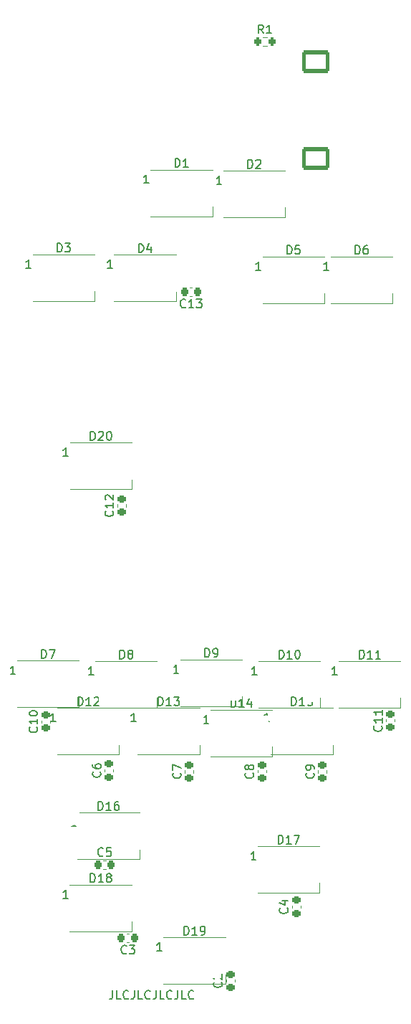
<source format=gbr>
%TF.GenerationSoftware,KiCad,Pcbnew,(6.0.9)*%
%TF.CreationDate,2023-01-06T08:37:15-09:00*%
%TF.ProjectId,APU PANEL,41505520-5041-44e4-954c-2e6b69636164,rev?*%
%TF.SameCoordinates,Original*%
%TF.FileFunction,Legend,Top*%
%TF.FilePolarity,Positive*%
%FSLAX46Y46*%
G04 Gerber Fmt 4.6, Leading zero omitted, Abs format (unit mm)*
G04 Created by KiCad (PCBNEW (6.0.9)) date 2023-01-06 08:37:15*
%MOMM*%
%LPD*%
G01*
G04 APERTURE LIST*
G04 Aperture macros list*
%AMRoundRect*
0 Rectangle with rounded corners*
0 $1 Rounding radius*
0 $2 $3 $4 $5 $6 $7 $8 $9 X,Y pos of 4 corners*
0 Add a 4 corners polygon primitive as box body*
4,1,4,$2,$3,$4,$5,$6,$7,$8,$9,$2,$3,0*
0 Add four circle primitives for the rounded corners*
1,1,$1+$1,$2,$3*
1,1,$1+$1,$4,$5*
1,1,$1+$1,$6,$7*
1,1,$1+$1,$8,$9*
0 Add four rect primitives between the rounded corners*
20,1,$1+$1,$2,$3,$4,$5,0*
20,1,$1+$1,$4,$5,$6,$7,0*
20,1,$1+$1,$6,$7,$8,$9,0*
20,1,$1+$1,$8,$9,$2,$3,0*%
G04 Aperture macros list end*
%ADD10C,0.150000*%
%ADD11C,0.120000*%
%ADD12R,1.500000X0.900000*%
%ADD13RoundRect,0.200000X-0.200000X-0.275000X0.200000X-0.275000X0.200000X0.275000X-0.200000X0.275000X0*%
%ADD14RoundRect,0.225000X0.250000X-0.225000X0.250000X0.225000X-0.250000X0.225000X-0.250000X-0.225000X0*%
%ADD15RoundRect,0.225000X0.225000X0.250000X-0.225000X0.250000X-0.225000X-0.250000X0.225000X-0.250000X0*%
%ADD16RoundRect,0.225000X-0.225000X-0.250000X0.225000X-0.250000X0.225000X0.250000X-0.225000X0.250000X0*%
%ADD17C,12.700000*%
%ADD18C,4.300000*%
%ADD19RoundRect,0.250001X-1.399999X1.099999X-1.399999X-1.099999X1.399999X-1.099999X1.399999X1.099999X0*%
%ADD20O,3.300000X2.700000*%
%ADD21R,1.800000X1.800000*%
%ADD22C,1.800000*%
G04 APERTURE END LIST*
D10*
X81010952Y-168922380D02*
X81010952Y-169636666D01*
X80963333Y-169779523D01*
X80868095Y-169874761D01*
X80725238Y-169922380D01*
X80630000Y-169922380D01*
X81963333Y-169922380D02*
X81487142Y-169922380D01*
X81487142Y-168922380D01*
X82868095Y-169827142D02*
X82820476Y-169874761D01*
X82677619Y-169922380D01*
X82582380Y-169922380D01*
X82439523Y-169874761D01*
X82344285Y-169779523D01*
X82296666Y-169684285D01*
X82249047Y-169493809D01*
X82249047Y-169350952D01*
X82296666Y-169160476D01*
X82344285Y-169065238D01*
X82439523Y-168970000D01*
X82582380Y-168922380D01*
X82677619Y-168922380D01*
X82820476Y-168970000D01*
X82868095Y-169017619D01*
X83582380Y-168922380D02*
X83582380Y-169636666D01*
X83534761Y-169779523D01*
X83439523Y-169874761D01*
X83296666Y-169922380D01*
X83201428Y-169922380D01*
X84534761Y-169922380D02*
X84058571Y-169922380D01*
X84058571Y-168922380D01*
X85439523Y-169827142D02*
X85391904Y-169874761D01*
X85249047Y-169922380D01*
X85153809Y-169922380D01*
X85010952Y-169874761D01*
X84915714Y-169779523D01*
X84868095Y-169684285D01*
X84820476Y-169493809D01*
X84820476Y-169350952D01*
X84868095Y-169160476D01*
X84915714Y-169065238D01*
X85010952Y-168970000D01*
X85153809Y-168922380D01*
X85249047Y-168922380D01*
X85391904Y-168970000D01*
X85439523Y-169017619D01*
X86153809Y-168922380D02*
X86153809Y-169636666D01*
X86106190Y-169779523D01*
X86010952Y-169874761D01*
X85868095Y-169922380D01*
X85772857Y-169922380D01*
X87106190Y-169922380D02*
X86630000Y-169922380D01*
X86630000Y-168922380D01*
X88010952Y-169827142D02*
X87963333Y-169874761D01*
X87820476Y-169922380D01*
X87725238Y-169922380D01*
X87582380Y-169874761D01*
X87487142Y-169779523D01*
X87439523Y-169684285D01*
X87391904Y-169493809D01*
X87391904Y-169350952D01*
X87439523Y-169160476D01*
X87487142Y-169065238D01*
X87582380Y-168970000D01*
X87725238Y-168922380D01*
X87820476Y-168922380D01*
X87963333Y-168970000D01*
X88010952Y-169017619D01*
X88725238Y-168922380D02*
X88725238Y-169636666D01*
X88677619Y-169779523D01*
X88582380Y-169874761D01*
X88439523Y-169922380D01*
X88344285Y-169922380D01*
X89677619Y-169922380D02*
X89201428Y-169922380D01*
X89201428Y-168922380D01*
X90582380Y-169827142D02*
X90534761Y-169874761D01*
X90391904Y-169922380D01*
X90296666Y-169922380D01*
X90153809Y-169874761D01*
X90058571Y-169779523D01*
X90010952Y-169684285D01*
X89963333Y-169493809D01*
X89963333Y-169350952D01*
X90010952Y-169160476D01*
X90058571Y-169065238D01*
X90153809Y-168970000D01*
X90296666Y-168922380D01*
X90391904Y-168922380D01*
X90534761Y-168970000D01*
X90582380Y-169017619D01*
%TO.C,D1*%
X88404304Y-71704780D02*
X88404304Y-70704780D01*
X88642400Y-70704780D01*
X88785257Y-70752400D01*
X88880495Y-70847638D01*
X88928114Y-70942876D01*
X88975733Y-71133352D01*
X88975733Y-71276209D01*
X88928114Y-71466685D01*
X88880495Y-71561923D01*
X88785257Y-71657161D01*
X88642400Y-71704780D01*
X88404304Y-71704780D01*
X89928114Y-71704780D02*
X89356685Y-71704780D01*
X89642400Y-71704780D02*
X89642400Y-70704780D01*
X89547161Y-70847638D01*
X89451923Y-70942876D01*
X89356685Y-70990495D01*
X85278114Y-73604780D02*
X84706685Y-73604780D01*
X84992400Y-73604780D02*
X84992400Y-72604780D01*
X84897161Y-72747638D01*
X84801923Y-72842876D01*
X84706685Y-72890495D01*
%TO.C,D2*%
X97001104Y-71831580D02*
X97001104Y-70831580D01*
X97239200Y-70831580D01*
X97382057Y-70879200D01*
X97477295Y-70974438D01*
X97524914Y-71069676D01*
X97572533Y-71260152D01*
X97572533Y-71403009D01*
X97524914Y-71593485D01*
X97477295Y-71688723D01*
X97382057Y-71783961D01*
X97239200Y-71831580D01*
X97001104Y-71831580D01*
X97953485Y-70926819D02*
X98001104Y-70879200D01*
X98096342Y-70831580D01*
X98334438Y-70831580D01*
X98429676Y-70879200D01*
X98477295Y-70926819D01*
X98524914Y-71022057D01*
X98524914Y-71117295D01*
X98477295Y-71260152D01*
X97905866Y-71831580D01*
X98524914Y-71831580D01*
X93874914Y-73731580D02*
X93303485Y-73731580D01*
X93589200Y-73731580D02*
X93589200Y-72731580D01*
X93493961Y-72874438D01*
X93398723Y-72969676D01*
X93303485Y-73017295D01*
%TO.C,D3*%
X74457504Y-81711980D02*
X74457504Y-80711980D01*
X74695600Y-80711980D01*
X74838457Y-80759600D01*
X74933695Y-80854838D01*
X74981314Y-80950076D01*
X75028933Y-81140552D01*
X75028933Y-81283409D01*
X74981314Y-81473885D01*
X74933695Y-81569123D01*
X74838457Y-81664361D01*
X74695600Y-81711980D01*
X74457504Y-81711980D01*
X75362266Y-80711980D02*
X75981314Y-80711980D01*
X75647980Y-81092933D01*
X75790838Y-81092933D01*
X75886076Y-81140552D01*
X75933695Y-81188171D01*
X75981314Y-81283409D01*
X75981314Y-81521504D01*
X75933695Y-81616742D01*
X75886076Y-81664361D01*
X75790838Y-81711980D01*
X75505123Y-81711980D01*
X75409885Y-81664361D01*
X75362266Y-81616742D01*
X71331314Y-83611980D02*
X70759885Y-83611980D01*
X71045600Y-83611980D02*
X71045600Y-82611980D01*
X70950361Y-82754838D01*
X70855123Y-82850076D01*
X70759885Y-82897695D01*
%TO.C,D4*%
X84097904Y-81762780D02*
X84097904Y-80762780D01*
X84336000Y-80762780D01*
X84478857Y-80810400D01*
X84574095Y-80905638D01*
X84621714Y-81000876D01*
X84669333Y-81191352D01*
X84669333Y-81334209D01*
X84621714Y-81524685D01*
X84574095Y-81619923D01*
X84478857Y-81715161D01*
X84336000Y-81762780D01*
X84097904Y-81762780D01*
X85526476Y-81096114D02*
X85526476Y-81762780D01*
X85288380Y-80715161D02*
X85050285Y-81429447D01*
X85669333Y-81429447D01*
X80971714Y-83662780D02*
X80400285Y-83662780D01*
X80686000Y-83662780D02*
X80686000Y-82662780D01*
X80590761Y-82805638D01*
X80495523Y-82900876D01*
X80400285Y-82948495D01*
%TO.C,D5*%
X101635504Y-81965980D02*
X101635504Y-80965980D01*
X101873600Y-80965980D01*
X102016457Y-81013600D01*
X102111695Y-81108838D01*
X102159314Y-81204076D01*
X102206933Y-81394552D01*
X102206933Y-81537409D01*
X102159314Y-81727885D01*
X102111695Y-81823123D01*
X102016457Y-81918361D01*
X101873600Y-81965980D01*
X101635504Y-81965980D01*
X103111695Y-80965980D02*
X102635504Y-80965980D01*
X102587885Y-81442171D01*
X102635504Y-81394552D01*
X102730742Y-81346933D01*
X102968838Y-81346933D01*
X103064076Y-81394552D01*
X103111695Y-81442171D01*
X103159314Y-81537409D01*
X103159314Y-81775504D01*
X103111695Y-81870742D01*
X103064076Y-81918361D01*
X102968838Y-81965980D01*
X102730742Y-81965980D01*
X102635504Y-81918361D01*
X102587885Y-81870742D01*
X98509314Y-83865980D02*
X97937885Y-83865980D01*
X98223600Y-83865980D02*
X98223600Y-82865980D01*
X98128361Y-83008838D01*
X98033123Y-83104076D01*
X97937885Y-83151695D01*
%TO.C,D6*%
X109689504Y-81965980D02*
X109689504Y-80965980D01*
X109927600Y-80965980D01*
X110070457Y-81013600D01*
X110165695Y-81108838D01*
X110213314Y-81204076D01*
X110260933Y-81394552D01*
X110260933Y-81537409D01*
X110213314Y-81727885D01*
X110165695Y-81823123D01*
X110070457Y-81918361D01*
X109927600Y-81965980D01*
X109689504Y-81965980D01*
X111118076Y-80965980D02*
X110927600Y-80965980D01*
X110832361Y-81013600D01*
X110784742Y-81061219D01*
X110689504Y-81204076D01*
X110641885Y-81394552D01*
X110641885Y-81775504D01*
X110689504Y-81870742D01*
X110737123Y-81918361D01*
X110832361Y-81965980D01*
X111022838Y-81965980D01*
X111118076Y-81918361D01*
X111165695Y-81870742D01*
X111213314Y-81775504D01*
X111213314Y-81537409D01*
X111165695Y-81442171D01*
X111118076Y-81394552D01*
X111022838Y-81346933D01*
X110832361Y-81346933D01*
X110737123Y-81394552D01*
X110689504Y-81442171D01*
X110641885Y-81537409D01*
X106563314Y-83865980D02*
X105991885Y-83865980D01*
X106277600Y-83865980D02*
X106277600Y-82865980D01*
X106182361Y-83008838D01*
X106087123Y-83104076D01*
X105991885Y-83151695D01*
%TO.C,D7*%
X72617104Y-129692780D02*
X72617104Y-128692780D01*
X72855200Y-128692780D01*
X72998057Y-128740400D01*
X73093295Y-128835638D01*
X73140914Y-128930876D01*
X73188533Y-129121352D01*
X73188533Y-129264209D01*
X73140914Y-129454685D01*
X73093295Y-129549923D01*
X72998057Y-129645161D01*
X72855200Y-129692780D01*
X72617104Y-129692780D01*
X73521866Y-128692780D02*
X74188533Y-128692780D01*
X73759961Y-129692780D01*
X69490914Y-131592780D02*
X68919485Y-131592780D01*
X69205200Y-131592780D02*
X69205200Y-130592780D01*
X69109961Y-130735638D01*
X69014723Y-130830876D01*
X68919485Y-130878495D01*
%TO.C,D8*%
X81862704Y-129743580D02*
X81862704Y-128743580D01*
X82100800Y-128743580D01*
X82243657Y-128791200D01*
X82338895Y-128886438D01*
X82386514Y-128981676D01*
X82434133Y-129172152D01*
X82434133Y-129315009D01*
X82386514Y-129505485D01*
X82338895Y-129600723D01*
X82243657Y-129695961D01*
X82100800Y-129743580D01*
X81862704Y-129743580D01*
X83005561Y-129172152D02*
X82910323Y-129124533D01*
X82862704Y-129076914D01*
X82815085Y-128981676D01*
X82815085Y-128934057D01*
X82862704Y-128838819D01*
X82910323Y-128791200D01*
X83005561Y-128743580D01*
X83196038Y-128743580D01*
X83291276Y-128791200D01*
X83338895Y-128838819D01*
X83386514Y-128934057D01*
X83386514Y-128981676D01*
X83338895Y-129076914D01*
X83291276Y-129124533D01*
X83196038Y-129172152D01*
X83005561Y-129172152D01*
X82910323Y-129219771D01*
X82862704Y-129267390D01*
X82815085Y-129362628D01*
X82815085Y-129553104D01*
X82862704Y-129648342D01*
X82910323Y-129695961D01*
X83005561Y-129743580D01*
X83196038Y-129743580D01*
X83291276Y-129695961D01*
X83338895Y-129648342D01*
X83386514Y-129553104D01*
X83386514Y-129362628D01*
X83338895Y-129267390D01*
X83291276Y-129219771D01*
X83196038Y-129172152D01*
X78736514Y-131643580D02*
X78165085Y-131643580D01*
X78450800Y-131643580D02*
X78450800Y-130643580D01*
X78355561Y-130786438D01*
X78260323Y-130881676D01*
X78165085Y-130929295D01*
%TO.C,D9*%
X91921104Y-129540380D02*
X91921104Y-128540380D01*
X92159200Y-128540380D01*
X92302057Y-128588000D01*
X92397295Y-128683238D01*
X92444914Y-128778476D01*
X92492533Y-128968952D01*
X92492533Y-129111809D01*
X92444914Y-129302285D01*
X92397295Y-129397523D01*
X92302057Y-129492761D01*
X92159200Y-129540380D01*
X91921104Y-129540380D01*
X92968723Y-129540380D02*
X93159200Y-129540380D01*
X93254438Y-129492761D01*
X93302057Y-129445142D01*
X93397295Y-129302285D01*
X93444914Y-129111809D01*
X93444914Y-128730857D01*
X93397295Y-128635619D01*
X93349676Y-128588000D01*
X93254438Y-128540380D01*
X93063961Y-128540380D01*
X92968723Y-128588000D01*
X92921104Y-128635619D01*
X92873485Y-128730857D01*
X92873485Y-128968952D01*
X92921104Y-129064190D01*
X92968723Y-129111809D01*
X93063961Y-129159428D01*
X93254438Y-129159428D01*
X93349676Y-129111809D01*
X93397295Y-129064190D01*
X93444914Y-128968952D01*
X88794914Y-131440380D02*
X88223485Y-131440380D01*
X88509200Y-131440380D02*
X88509200Y-130440380D01*
X88413961Y-130583238D01*
X88318723Y-130678476D01*
X88223485Y-130726095D01*
%TO.C,D10*%
X100690514Y-129743580D02*
X100690514Y-128743580D01*
X100928609Y-128743580D01*
X101071466Y-128791200D01*
X101166704Y-128886438D01*
X101214323Y-128981676D01*
X101261942Y-129172152D01*
X101261942Y-129315009D01*
X101214323Y-129505485D01*
X101166704Y-129600723D01*
X101071466Y-129695961D01*
X100928609Y-129743580D01*
X100690514Y-129743580D01*
X102214323Y-129743580D02*
X101642895Y-129743580D01*
X101928609Y-129743580D02*
X101928609Y-128743580D01*
X101833371Y-128886438D01*
X101738133Y-128981676D01*
X101642895Y-129029295D01*
X102833371Y-128743580D02*
X102928609Y-128743580D01*
X103023847Y-128791200D01*
X103071466Y-128838819D01*
X103119085Y-128934057D01*
X103166704Y-129124533D01*
X103166704Y-129362628D01*
X103119085Y-129553104D01*
X103071466Y-129648342D01*
X103023847Y-129695961D01*
X102928609Y-129743580D01*
X102833371Y-129743580D01*
X102738133Y-129695961D01*
X102690514Y-129648342D01*
X102642895Y-129553104D01*
X102595276Y-129362628D01*
X102595276Y-129124533D01*
X102642895Y-128934057D01*
X102690514Y-128838819D01*
X102738133Y-128791200D01*
X102833371Y-128743580D01*
X98040514Y-131643580D02*
X97469085Y-131643580D01*
X97754800Y-131643580D02*
X97754800Y-130643580D01*
X97659561Y-130786438D01*
X97564323Y-130881676D01*
X97469085Y-130929295D01*
%TO.C,D11*%
X110190114Y-129743580D02*
X110190114Y-128743580D01*
X110428209Y-128743580D01*
X110571066Y-128791200D01*
X110666304Y-128886438D01*
X110713923Y-128981676D01*
X110761542Y-129172152D01*
X110761542Y-129315009D01*
X110713923Y-129505485D01*
X110666304Y-129600723D01*
X110571066Y-129695961D01*
X110428209Y-129743580D01*
X110190114Y-129743580D01*
X111713923Y-129743580D02*
X111142495Y-129743580D01*
X111428209Y-129743580D02*
X111428209Y-128743580D01*
X111332971Y-128886438D01*
X111237733Y-128981676D01*
X111142495Y-129029295D01*
X112666304Y-129743580D02*
X112094876Y-129743580D01*
X112380590Y-129743580D02*
X112380590Y-128743580D01*
X112285352Y-128886438D01*
X112190114Y-128981676D01*
X112094876Y-129029295D01*
X107540114Y-131643580D02*
X106968685Y-131643580D01*
X107254400Y-131643580D02*
X107254400Y-130643580D01*
X107159161Y-130786438D01*
X107063923Y-130881676D01*
X106968685Y-130929295D01*
%TO.C,D12*%
X76916114Y-135280780D02*
X76916114Y-134280780D01*
X77154209Y-134280780D01*
X77297066Y-134328400D01*
X77392304Y-134423638D01*
X77439923Y-134518876D01*
X77487542Y-134709352D01*
X77487542Y-134852209D01*
X77439923Y-135042685D01*
X77392304Y-135137923D01*
X77297066Y-135233161D01*
X77154209Y-135280780D01*
X76916114Y-135280780D01*
X78439923Y-135280780D02*
X77868495Y-135280780D01*
X78154209Y-135280780D02*
X78154209Y-134280780D01*
X78058971Y-134423638D01*
X77963733Y-134518876D01*
X77868495Y-134566495D01*
X78820876Y-134376019D02*
X78868495Y-134328400D01*
X78963733Y-134280780D01*
X79201828Y-134280780D01*
X79297066Y-134328400D01*
X79344685Y-134376019D01*
X79392304Y-134471257D01*
X79392304Y-134566495D01*
X79344685Y-134709352D01*
X78773257Y-135280780D01*
X79392304Y-135280780D01*
X74266114Y-137180780D02*
X73694685Y-137180780D01*
X73980400Y-137180780D02*
X73980400Y-136180780D01*
X73885161Y-136323638D01*
X73789923Y-136418876D01*
X73694685Y-136466495D01*
%TO.C,D13*%
X86415714Y-135280780D02*
X86415714Y-134280780D01*
X86653809Y-134280780D01*
X86796666Y-134328400D01*
X86891904Y-134423638D01*
X86939523Y-134518876D01*
X86987142Y-134709352D01*
X86987142Y-134852209D01*
X86939523Y-135042685D01*
X86891904Y-135137923D01*
X86796666Y-135233161D01*
X86653809Y-135280780D01*
X86415714Y-135280780D01*
X87939523Y-135280780D02*
X87368095Y-135280780D01*
X87653809Y-135280780D02*
X87653809Y-134280780D01*
X87558571Y-134423638D01*
X87463333Y-134518876D01*
X87368095Y-134566495D01*
X88272857Y-134280780D02*
X88891904Y-134280780D01*
X88558571Y-134661733D01*
X88701428Y-134661733D01*
X88796666Y-134709352D01*
X88844285Y-134756971D01*
X88891904Y-134852209D01*
X88891904Y-135090304D01*
X88844285Y-135185542D01*
X88796666Y-135233161D01*
X88701428Y-135280780D01*
X88415714Y-135280780D01*
X88320476Y-135233161D01*
X88272857Y-135185542D01*
X83765714Y-137180780D02*
X83194285Y-137180780D01*
X83480000Y-137180780D02*
X83480000Y-136180780D01*
X83384761Y-136323638D01*
X83289523Y-136418876D01*
X83194285Y-136466495D01*
%TO.C,D14*%
X95000914Y-135483980D02*
X95000914Y-134483980D01*
X95239009Y-134483980D01*
X95381866Y-134531600D01*
X95477104Y-134626838D01*
X95524723Y-134722076D01*
X95572342Y-134912552D01*
X95572342Y-135055409D01*
X95524723Y-135245885D01*
X95477104Y-135341123D01*
X95381866Y-135436361D01*
X95239009Y-135483980D01*
X95000914Y-135483980D01*
X96524723Y-135483980D02*
X95953295Y-135483980D01*
X96239009Y-135483980D02*
X96239009Y-134483980D01*
X96143771Y-134626838D01*
X96048533Y-134722076D01*
X95953295Y-134769695D01*
X97381866Y-134817314D02*
X97381866Y-135483980D01*
X97143771Y-134436361D02*
X96905676Y-135150647D01*
X97524723Y-135150647D01*
X92350914Y-137383980D02*
X91779485Y-137383980D01*
X92065200Y-137383980D02*
X92065200Y-136383980D01*
X91969961Y-136526838D01*
X91874723Y-136622076D01*
X91779485Y-136669695D01*
%TO.C,D15*%
X102163714Y-135280780D02*
X102163714Y-134280780D01*
X102401809Y-134280780D01*
X102544666Y-134328400D01*
X102639904Y-134423638D01*
X102687523Y-134518876D01*
X102735142Y-134709352D01*
X102735142Y-134852209D01*
X102687523Y-135042685D01*
X102639904Y-135137923D01*
X102544666Y-135233161D01*
X102401809Y-135280780D01*
X102163714Y-135280780D01*
X103687523Y-135280780D02*
X103116095Y-135280780D01*
X103401809Y-135280780D02*
X103401809Y-134280780D01*
X103306571Y-134423638D01*
X103211333Y-134518876D01*
X103116095Y-134566495D01*
X104592285Y-134280780D02*
X104116095Y-134280780D01*
X104068476Y-134756971D01*
X104116095Y-134709352D01*
X104211333Y-134661733D01*
X104449428Y-134661733D01*
X104544666Y-134709352D01*
X104592285Y-134756971D01*
X104639904Y-134852209D01*
X104639904Y-135090304D01*
X104592285Y-135185542D01*
X104544666Y-135233161D01*
X104449428Y-135280780D01*
X104211333Y-135280780D01*
X104116095Y-135233161D01*
X104068476Y-135185542D01*
X99513714Y-137180780D02*
X98942285Y-137180780D01*
X99228000Y-137180780D02*
X99228000Y-136180780D01*
X99132761Y-136323638D01*
X99037523Y-136418876D01*
X98942285Y-136466495D01*
%TO.C,D16*%
X79303714Y-147625180D02*
X79303714Y-146625180D01*
X79541809Y-146625180D01*
X79684666Y-146672800D01*
X79779904Y-146768038D01*
X79827523Y-146863276D01*
X79875142Y-147053752D01*
X79875142Y-147196609D01*
X79827523Y-147387085D01*
X79779904Y-147482323D01*
X79684666Y-147577561D01*
X79541809Y-147625180D01*
X79303714Y-147625180D01*
X80827523Y-147625180D02*
X80256095Y-147625180D01*
X80541809Y-147625180D02*
X80541809Y-146625180D01*
X80446571Y-146768038D01*
X80351333Y-146863276D01*
X80256095Y-146910895D01*
X81684666Y-146625180D02*
X81494190Y-146625180D01*
X81398952Y-146672800D01*
X81351333Y-146720419D01*
X81256095Y-146863276D01*
X81208476Y-147053752D01*
X81208476Y-147434704D01*
X81256095Y-147529942D01*
X81303714Y-147577561D01*
X81398952Y-147625180D01*
X81589428Y-147625180D01*
X81684666Y-147577561D01*
X81732285Y-147529942D01*
X81779904Y-147434704D01*
X81779904Y-147196609D01*
X81732285Y-147101371D01*
X81684666Y-147053752D01*
X81589428Y-147006133D01*
X81398952Y-147006133D01*
X81303714Y-147053752D01*
X81256095Y-147101371D01*
X81208476Y-147196609D01*
X76653714Y-149525180D02*
X76082285Y-149525180D01*
X76368000Y-149525180D02*
X76368000Y-148525180D01*
X76272761Y-148668038D01*
X76177523Y-148763276D01*
X76082285Y-148810895D01*
%TO.C,D17*%
X100588914Y-151587580D02*
X100588914Y-150587580D01*
X100827009Y-150587580D01*
X100969866Y-150635200D01*
X101065104Y-150730438D01*
X101112723Y-150825676D01*
X101160342Y-151016152D01*
X101160342Y-151159009D01*
X101112723Y-151349485D01*
X101065104Y-151444723D01*
X100969866Y-151539961D01*
X100827009Y-151587580D01*
X100588914Y-151587580D01*
X102112723Y-151587580D02*
X101541295Y-151587580D01*
X101827009Y-151587580D02*
X101827009Y-150587580D01*
X101731771Y-150730438D01*
X101636533Y-150825676D01*
X101541295Y-150873295D01*
X102446057Y-150587580D02*
X103112723Y-150587580D01*
X102684152Y-151587580D01*
X97938914Y-153487580D02*
X97367485Y-153487580D01*
X97653200Y-153487580D02*
X97653200Y-152487580D01*
X97557961Y-152630438D01*
X97462723Y-152725676D01*
X97367485Y-152773295D01*
%TO.C,D18*%
X78377714Y-156133980D02*
X78377714Y-155133980D01*
X78615809Y-155133980D01*
X78758666Y-155181600D01*
X78853904Y-155276838D01*
X78901523Y-155372076D01*
X78949142Y-155562552D01*
X78949142Y-155705409D01*
X78901523Y-155895885D01*
X78853904Y-155991123D01*
X78758666Y-156086361D01*
X78615809Y-156133980D01*
X78377714Y-156133980D01*
X79901523Y-156133980D02*
X79330095Y-156133980D01*
X79615809Y-156133980D02*
X79615809Y-155133980D01*
X79520571Y-155276838D01*
X79425333Y-155372076D01*
X79330095Y-155419695D01*
X80472952Y-155562552D02*
X80377714Y-155514933D01*
X80330095Y-155467314D01*
X80282476Y-155372076D01*
X80282476Y-155324457D01*
X80330095Y-155229219D01*
X80377714Y-155181600D01*
X80472952Y-155133980D01*
X80663428Y-155133980D01*
X80758666Y-155181600D01*
X80806285Y-155229219D01*
X80853904Y-155324457D01*
X80853904Y-155372076D01*
X80806285Y-155467314D01*
X80758666Y-155514933D01*
X80663428Y-155562552D01*
X80472952Y-155562552D01*
X80377714Y-155610171D01*
X80330095Y-155657790D01*
X80282476Y-155753028D01*
X80282476Y-155943504D01*
X80330095Y-156038742D01*
X80377714Y-156086361D01*
X80472952Y-156133980D01*
X80663428Y-156133980D01*
X80758666Y-156086361D01*
X80806285Y-156038742D01*
X80853904Y-155943504D01*
X80853904Y-155753028D01*
X80806285Y-155657790D01*
X80758666Y-155610171D01*
X80663428Y-155562552D01*
X75727714Y-158033980D02*
X75156285Y-158033980D01*
X75442000Y-158033980D02*
X75442000Y-157033980D01*
X75346761Y-157176838D01*
X75251523Y-157272076D01*
X75156285Y-157319695D01*
%TO.C,D19*%
X89463714Y-162357180D02*
X89463714Y-161357180D01*
X89701809Y-161357180D01*
X89844666Y-161404800D01*
X89939904Y-161500038D01*
X89987523Y-161595276D01*
X90035142Y-161785752D01*
X90035142Y-161928609D01*
X89987523Y-162119085D01*
X89939904Y-162214323D01*
X89844666Y-162309561D01*
X89701809Y-162357180D01*
X89463714Y-162357180D01*
X90987523Y-162357180D02*
X90416095Y-162357180D01*
X90701809Y-162357180D02*
X90701809Y-161357180D01*
X90606571Y-161500038D01*
X90511333Y-161595276D01*
X90416095Y-161642895D01*
X91463714Y-162357180D02*
X91654190Y-162357180D01*
X91749428Y-162309561D01*
X91797047Y-162261942D01*
X91892285Y-162119085D01*
X91939904Y-161928609D01*
X91939904Y-161547657D01*
X91892285Y-161452419D01*
X91844666Y-161404800D01*
X91749428Y-161357180D01*
X91558952Y-161357180D01*
X91463714Y-161404800D01*
X91416095Y-161452419D01*
X91368476Y-161547657D01*
X91368476Y-161785752D01*
X91416095Y-161880990D01*
X91463714Y-161928609D01*
X91558952Y-161976228D01*
X91749428Y-161976228D01*
X91844666Y-161928609D01*
X91892285Y-161880990D01*
X91939904Y-161785752D01*
X86813714Y-164257180D02*
X86242285Y-164257180D01*
X86528000Y-164257180D02*
X86528000Y-163257180D01*
X86432761Y-163400038D01*
X86337523Y-163495276D01*
X86242285Y-163542895D01*
%TO.C,D20*%
X78389314Y-103937180D02*
X78389314Y-102937180D01*
X78627409Y-102937180D01*
X78770266Y-102984800D01*
X78865504Y-103080038D01*
X78913123Y-103175276D01*
X78960742Y-103365752D01*
X78960742Y-103508609D01*
X78913123Y-103699085D01*
X78865504Y-103794323D01*
X78770266Y-103889561D01*
X78627409Y-103937180D01*
X78389314Y-103937180D01*
X79341695Y-103032419D02*
X79389314Y-102984800D01*
X79484552Y-102937180D01*
X79722647Y-102937180D01*
X79817885Y-102984800D01*
X79865504Y-103032419D01*
X79913123Y-103127657D01*
X79913123Y-103222895D01*
X79865504Y-103365752D01*
X79294076Y-103937180D01*
X79913123Y-103937180D01*
X80532171Y-102937180D02*
X80627409Y-102937180D01*
X80722647Y-102984800D01*
X80770266Y-103032419D01*
X80817885Y-103127657D01*
X80865504Y-103318133D01*
X80865504Y-103556228D01*
X80817885Y-103746704D01*
X80770266Y-103841942D01*
X80722647Y-103889561D01*
X80627409Y-103937180D01*
X80532171Y-103937180D01*
X80436933Y-103889561D01*
X80389314Y-103841942D01*
X80341695Y-103746704D01*
X80294076Y-103556228D01*
X80294076Y-103318133D01*
X80341695Y-103127657D01*
X80389314Y-103032419D01*
X80436933Y-102984800D01*
X80532171Y-102937180D01*
X75739314Y-105837180D02*
X75167885Y-105837180D01*
X75453600Y-105837180D02*
X75453600Y-104837180D01*
X75358361Y-104980038D01*
X75263123Y-105075276D01*
X75167885Y-105122895D01*
%TO.C,R1*%
X98835013Y-55898060D02*
X98501680Y-55421870D01*
X98263584Y-55898060D02*
X98263584Y-54898060D01*
X98644537Y-54898060D01*
X98739775Y-54945680D01*
X98787394Y-54993299D01*
X98835013Y-55088537D01*
X98835013Y-55231394D01*
X98787394Y-55326632D01*
X98739775Y-55374251D01*
X98644537Y-55421870D01*
X98263584Y-55421870D01*
X99787394Y-55898060D02*
X99215965Y-55898060D01*
X99501680Y-55898060D02*
X99501680Y-54898060D01*
X99406441Y-55040918D01*
X99311203Y-55136156D01*
X99215965Y-55183775D01*
%TO.C,C2*%
X93846942Y-167941386D02*
X93894561Y-167989005D01*
X93942180Y-168131862D01*
X93942180Y-168227100D01*
X93894561Y-168369958D01*
X93799323Y-168465196D01*
X93704085Y-168512815D01*
X93513609Y-168560434D01*
X93370752Y-168560434D01*
X93180276Y-168512815D01*
X93085038Y-168465196D01*
X92989800Y-168369958D01*
X92942180Y-168227100D01*
X92942180Y-168131862D01*
X92989800Y-167989005D01*
X93037419Y-167941386D01*
X93037419Y-167560434D02*
X92989800Y-167512815D01*
X92942180Y-167417577D01*
X92942180Y-167179481D01*
X92989800Y-167084243D01*
X93037419Y-167036624D01*
X93132657Y-166989005D01*
X93227895Y-166989005D01*
X93370752Y-167036624D01*
X93942180Y-167608053D01*
X93942180Y-166989005D01*
%TO.C,C3*%
X82645053Y-164497002D02*
X82597434Y-164544621D01*
X82454577Y-164592240D01*
X82359339Y-164592240D01*
X82216481Y-164544621D01*
X82121243Y-164449383D01*
X82073624Y-164354145D01*
X82026005Y-164163669D01*
X82026005Y-164020812D01*
X82073624Y-163830336D01*
X82121243Y-163735098D01*
X82216481Y-163639860D01*
X82359339Y-163592240D01*
X82454577Y-163592240D01*
X82597434Y-163639860D01*
X82645053Y-163687479D01*
X82978386Y-163592240D02*
X83597434Y-163592240D01*
X83264100Y-163973193D01*
X83406958Y-163973193D01*
X83502196Y-164020812D01*
X83549815Y-164068431D01*
X83597434Y-164163669D01*
X83597434Y-164401764D01*
X83549815Y-164497002D01*
X83502196Y-164544621D01*
X83406958Y-164592240D01*
X83121243Y-164592240D01*
X83026005Y-164544621D01*
X82978386Y-164497002D01*
%TO.C,C4*%
X101642202Y-159198706D02*
X101689821Y-159246325D01*
X101737440Y-159389182D01*
X101737440Y-159484420D01*
X101689821Y-159627278D01*
X101594583Y-159722516D01*
X101499345Y-159770135D01*
X101308869Y-159817754D01*
X101166012Y-159817754D01*
X100975536Y-159770135D01*
X100880298Y-159722516D01*
X100785060Y-159627278D01*
X100737440Y-159484420D01*
X100737440Y-159389182D01*
X100785060Y-159246325D01*
X100832679Y-159198706D01*
X101070774Y-158341563D02*
X101737440Y-158341563D01*
X100689821Y-158579659D02*
X101404107Y-158817754D01*
X101404107Y-158198706D01*
%TO.C,C5*%
X79883333Y-152977142D02*
X79835714Y-153024761D01*
X79692857Y-153072380D01*
X79597619Y-153072380D01*
X79454761Y-153024761D01*
X79359523Y-152929523D01*
X79311904Y-152834285D01*
X79264285Y-152643809D01*
X79264285Y-152500952D01*
X79311904Y-152310476D01*
X79359523Y-152215238D01*
X79454761Y-152120000D01*
X79597619Y-152072380D01*
X79692857Y-152072380D01*
X79835714Y-152120000D01*
X79883333Y-152167619D01*
X80788095Y-152072380D02*
X80311904Y-152072380D01*
X80264285Y-152548571D01*
X80311904Y-152500952D01*
X80407142Y-152453333D01*
X80645238Y-152453333D01*
X80740476Y-152500952D01*
X80788095Y-152548571D01*
X80835714Y-152643809D01*
X80835714Y-152881904D01*
X80788095Y-152977142D01*
X80740476Y-153024761D01*
X80645238Y-153072380D01*
X80407142Y-153072380D01*
X80311904Y-153024761D01*
X80264285Y-152977142D01*
%TO.C,C6*%
X79508642Y-143105166D02*
X79556261Y-143152785D01*
X79603880Y-143295642D01*
X79603880Y-143390880D01*
X79556261Y-143533738D01*
X79461023Y-143628976D01*
X79365785Y-143676595D01*
X79175309Y-143724214D01*
X79032452Y-143724214D01*
X78841976Y-143676595D01*
X78746738Y-143628976D01*
X78651500Y-143533738D01*
X78603880Y-143390880D01*
X78603880Y-143295642D01*
X78651500Y-143152785D01*
X78699119Y-143105166D01*
X78603880Y-142248023D02*
X78603880Y-142438500D01*
X78651500Y-142533738D01*
X78699119Y-142581357D01*
X78841976Y-142676595D01*
X79032452Y-142724214D01*
X79413404Y-142724214D01*
X79508642Y-142676595D01*
X79556261Y-142628976D01*
X79603880Y-142533738D01*
X79603880Y-142343261D01*
X79556261Y-142248023D01*
X79508642Y-142200404D01*
X79413404Y-142152785D01*
X79175309Y-142152785D01*
X79080071Y-142200404D01*
X79032452Y-142248023D01*
X78984833Y-142343261D01*
X78984833Y-142533738D01*
X79032452Y-142628976D01*
X79080071Y-142676595D01*
X79175309Y-142724214D01*
%TO.C,C7*%
X88998082Y-143244866D02*
X89045701Y-143292485D01*
X89093320Y-143435342D01*
X89093320Y-143530580D01*
X89045701Y-143673438D01*
X88950463Y-143768676D01*
X88855225Y-143816295D01*
X88664749Y-143863914D01*
X88521892Y-143863914D01*
X88331416Y-143816295D01*
X88236178Y-143768676D01*
X88140940Y-143673438D01*
X88093320Y-143530580D01*
X88093320Y-143435342D01*
X88140940Y-143292485D01*
X88188559Y-143244866D01*
X88093320Y-142911533D02*
X88093320Y-142244866D01*
X89093320Y-142673438D01*
%TO.C,C8*%
X97578202Y-143224546D02*
X97625821Y-143272165D01*
X97673440Y-143415022D01*
X97673440Y-143510260D01*
X97625821Y-143653118D01*
X97530583Y-143748356D01*
X97435345Y-143795975D01*
X97244869Y-143843594D01*
X97102012Y-143843594D01*
X96911536Y-143795975D01*
X96816298Y-143748356D01*
X96721060Y-143653118D01*
X96673440Y-143510260D01*
X96673440Y-143415022D01*
X96721060Y-143272165D01*
X96768679Y-143224546D01*
X97102012Y-142653118D02*
X97054393Y-142748356D01*
X97006774Y-142795975D01*
X96911536Y-142843594D01*
X96863917Y-142843594D01*
X96768679Y-142795975D01*
X96721060Y-142748356D01*
X96673440Y-142653118D01*
X96673440Y-142462641D01*
X96721060Y-142367403D01*
X96768679Y-142319784D01*
X96863917Y-142272165D01*
X96911536Y-142272165D01*
X97006774Y-142319784D01*
X97054393Y-142367403D01*
X97102012Y-142462641D01*
X97102012Y-142653118D01*
X97149631Y-142748356D01*
X97197250Y-142795975D01*
X97292488Y-142843594D01*
X97482964Y-142843594D01*
X97578202Y-142795975D01*
X97625821Y-142748356D01*
X97673440Y-142653118D01*
X97673440Y-142462641D01*
X97625821Y-142367403D01*
X97578202Y-142319784D01*
X97482964Y-142272165D01*
X97292488Y-142272165D01*
X97197250Y-142319784D01*
X97149631Y-142367403D01*
X97102012Y-142462641D01*
%TO.C,C9*%
X104753702Y-143250046D02*
X104801321Y-143297665D01*
X104848940Y-143440522D01*
X104848940Y-143535760D01*
X104801321Y-143678618D01*
X104706083Y-143773856D01*
X104610845Y-143821475D01*
X104420369Y-143869094D01*
X104277512Y-143869094D01*
X104087036Y-143821475D01*
X103991798Y-143773856D01*
X103896560Y-143678618D01*
X103848940Y-143535760D01*
X103848940Y-143440522D01*
X103896560Y-143297665D01*
X103944179Y-143250046D01*
X104848940Y-142773856D02*
X104848940Y-142583380D01*
X104801321Y-142488141D01*
X104753702Y-142440522D01*
X104610845Y-142345284D01*
X104420369Y-142297665D01*
X104039417Y-142297665D01*
X103944179Y-142345284D01*
X103896560Y-142392903D01*
X103848940Y-142488141D01*
X103848940Y-142678618D01*
X103896560Y-142773856D01*
X103944179Y-142821475D01*
X104039417Y-142869094D01*
X104277512Y-142869094D01*
X104372750Y-142821475D01*
X104420369Y-142773856D01*
X104467988Y-142678618D01*
X104467988Y-142488141D01*
X104420369Y-142392903D01*
X104372750Y-142345284D01*
X104277512Y-142297665D01*
%TO.C,C10*%
X72025802Y-137818197D02*
X72073421Y-137865816D01*
X72121040Y-138008673D01*
X72121040Y-138103911D01*
X72073421Y-138246768D01*
X71978183Y-138342006D01*
X71882945Y-138389625D01*
X71692469Y-138437244D01*
X71549612Y-138437244D01*
X71359136Y-138389625D01*
X71263898Y-138342006D01*
X71168660Y-138246768D01*
X71121040Y-138103911D01*
X71121040Y-138008673D01*
X71168660Y-137865816D01*
X71216279Y-137818197D01*
X72121040Y-136865816D02*
X72121040Y-137437244D01*
X72121040Y-137151530D02*
X71121040Y-137151530D01*
X71263898Y-137246768D01*
X71359136Y-137342006D01*
X71406755Y-137437244D01*
X71121040Y-136246768D02*
X71121040Y-136151530D01*
X71168660Y-136056292D01*
X71216279Y-136008673D01*
X71311517Y-135961054D01*
X71501993Y-135913435D01*
X71740088Y-135913435D01*
X71930564Y-135961054D01*
X72025802Y-136008673D01*
X72073421Y-136056292D01*
X72121040Y-136151530D01*
X72121040Y-136246768D01*
X72073421Y-136342006D01*
X72025802Y-136389625D01*
X71930564Y-136437244D01*
X71740088Y-136484863D01*
X71501993Y-136484863D01*
X71311517Y-136437244D01*
X71216279Y-136389625D01*
X71168660Y-136342006D01*
X71121040Y-136246768D01*
%TO.C,C11*%
X112772482Y-137686017D02*
X112820101Y-137733636D01*
X112867720Y-137876493D01*
X112867720Y-137971731D01*
X112820101Y-138114588D01*
X112724863Y-138209826D01*
X112629625Y-138257445D01*
X112439149Y-138305064D01*
X112296292Y-138305064D01*
X112105816Y-138257445D01*
X112010578Y-138209826D01*
X111915340Y-138114588D01*
X111867720Y-137971731D01*
X111867720Y-137876493D01*
X111915340Y-137733636D01*
X111962959Y-137686017D01*
X112867720Y-136733636D02*
X112867720Y-137305064D01*
X112867720Y-137019350D02*
X111867720Y-137019350D01*
X112010578Y-137114588D01*
X112105816Y-137209826D01*
X112153435Y-137305064D01*
X112867720Y-135781255D02*
X112867720Y-136352683D01*
X112867720Y-136066969D02*
X111867720Y-136066969D01*
X112010578Y-136162207D01*
X112105816Y-136257445D01*
X112153435Y-136352683D01*
%TO.C,C12*%
X80997082Y-112308977D02*
X81044701Y-112356596D01*
X81092320Y-112499453D01*
X81092320Y-112594691D01*
X81044701Y-112737548D01*
X80949463Y-112832786D01*
X80854225Y-112880405D01*
X80663749Y-112928024D01*
X80520892Y-112928024D01*
X80330416Y-112880405D01*
X80235178Y-112832786D01*
X80139940Y-112737548D01*
X80092320Y-112594691D01*
X80092320Y-112499453D01*
X80139940Y-112356596D01*
X80187559Y-112308977D01*
X81092320Y-111356596D02*
X81092320Y-111928024D01*
X81092320Y-111642310D02*
X80092320Y-111642310D01*
X80235178Y-111737548D01*
X80330416Y-111832786D01*
X80378035Y-111928024D01*
X80187559Y-110975643D02*
X80139940Y-110928024D01*
X80092320Y-110832786D01*
X80092320Y-110594691D01*
X80139940Y-110499453D01*
X80187559Y-110451834D01*
X80282797Y-110404215D01*
X80378035Y-110404215D01*
X80520892Y-110451834D01*
X81092320Y-111023262D01*
X81092320Y-110404215D01*
%TO.C,C13*%
X89628742Y-88205562D02*
X89581123Y-88253181D01*
X89438266Y-88300800D01*
X89343028Y-88300800D01*
X89200171Y-88253181D01*
X89104933Y-88157943D01*
X89057314Y-88062705D01*
X89009695Y-87872229D01*
X89009695Y-87729372D01*
X89057314Y-87538896D01*
X89104933Y-87443658D01*
X89200171Y-87348420D01*
X89343028Y-87300800D01*
X89438266Y-87300800D01*
X89581123Y-87348420D01*
X89628742Y-87396039D01*
X90581123Y-88300800D02*
X90009695Y-88300800D01*
X90295409Y-88300800D02*
X90295409Y-87300800D01*
X90200171Y-87443658D01*
X90104933Y-87538896D01*
X90009695Y-87586515D01*
X90914457Y-87300800D02*
X91533504Y-87300800D01*
X91200171Y-87681753D01*
X91343028Y-87681753D01*
X91438266Y-87729372D01*
X91485885Y-87776991D01*
X91533504Y-87872229D01*
X91533504Y-88110324D01*
X91485885Y-88205562D01*
X91438266Y-88253181D01*
X91343028Y-88300800D01*
X91057314Y-88300800D01*
X90962076Y-88253181D01*
X90914457Y-88205562D01*
D11*
%TO.C,D1*%
X92792400Y-77502400D02*
X92792400Y-76352400D01*
X85492400Y-77502400D02*
X92792400Y-77502400D01*
X85492400Y-72002400D02*
X92792400Y-72002400D01*
%TO.C,D2*%
X94089200Y-72129200D02*
X101389200Y-72129200D01*
X94089200Y-77629200D02*
X101389200Y-77629200D01*
X101389200Y-77629200D02*
X101389200Y-76479200D01*
%TO.C,D3*%
X71545600Y-87509600D02*
X78845600Y-87509600D01*
X71545600Y-82009600D02*
X78845600Y-82009600D01*
X78845600Y-87509600D02*
X78845600Y-86359600D01*
%TO.C,D4*%
X81186000Y-82060400D02*
X88486000Y-82060400D01*
X88486000Y-87560400D02*
X88486000Y-86410400D01*
X81186000Y-87560400D02*
X88486000Y-87560400D01*
%TO.C,D5*%
X98723600Y-87763600D02*
X106023600Y-87763600D01*
X98723600Y-82263600D02*
X106023600Y-82263600D01*
X106023600Y-87763600D02*
X106023600Y-86613600D01*
%TO.C,D6*%
X114077600Y-87763600D02*
X114077600Y-86613600D01*
X106777600Y-87763600D02*
X114077600Y-87763600D01*
X106777600Y-82263600D02*
X114077600Y-82263600D01*
%TO.C,D7*%
X69705200Y-135490400D02*
X77005200Y-135490400D01*
X77005200Y-135490400D02*
X77005200Y-134340400D01*
X69705200Y-129990400D02*
X77005200Y-129990400D01*
%TO.C,D8*%
X78950800Y-135541200D02*
X86250800Y-135541200D01*
X78950800Y-130041200D02*
X86250800Y-130041200D01*
X86250800Y-135541200D02*
X86250800Y-134391200D01*
%TO.C,D9*%
X96309200Y-135338000D02*
X96309200Y-134188000D01*
X89009200Y-129838000D02*
X96309200Y-129838000D01*
X89009200Y-135338000D02*
X96309200Y-135338000D01*
%TO.C,D10*%
X98254800Y-130041200D02*
X105554800Y-130041200D01*
X98254800Y-135541200D02*
X105554800Y-135541200D01*
X105554800Y-135541200D02*
X105554800Y-134391200D01*
%TO.C,D11*%
X107754400Y-130041200D02*
X115054400Y-130041200D01*
X115054400Y-135541200D02*
X115054400Y-134391200D01*
X107754400Y-135541200D02*
X115054400Y-135541200D01*
%TO.C,D12*%
X81780400Y-141078400D02*
X81780400Y-139928400D01*
X74480400Y-141078400D02*
X81780400Y-141078400D01*
X74480400Y-135578400D02*
X81780400Y-135578400D01*
%TO.C,D13*%
X83980000Y-141078400D02*
X91280000Y-141078400D01*
X83980000Y-135578400D02*
X91280000Y-135578400D01*
X91280000Y-141078400D02*
X91280000Y-139928400D01*
%TO.C,D14*%
X92565200Y-135781600D02*
X99865200Y-135781600D01*
X99865200Y-141281600D02*
X99865200Y-140131600D01*
X92565200Y-141281600D02*
X99865200Y-141281600D01*
%TO.C,D15*%
X107028000Y-141078400D02*
X107028000Y-139928400D01*
X99728000Y-141078400D02*
X107028000Y-141078400D01*
X99728000Y-135578400D02*
X107028000Y-135578400D01*
%TO.C,D16*%
X76868000Y-153422800D02*
X84168000Y-153422800D01*
X76868000Y-147922800D02*
X84168000Y-147922800D01*
X84168000Y-153422800D02*
X84168000Y-152272800D01*
%TO.C,D17*%
X105453200Y-157385200D02*
X105453200Y-156235200D01*
X98153200Y-151885200D02*
X105453200Y-151885200D01*
X98153200Y-157385200D02*
X105453200Y-157385200D01*
%TO.C,D18*%
X75942000Y-161931600D02*
X83242000Y-161931600D01*
X75942000Y-156431600D02*
X83242000Y-156431600D01*
X83242000Y-161931600D02*
X83242000Y-160781600D01*
%TO.C,D19*%
X87028000Y-162654800D02*
X94328000Y-162654800D01*
X94328000Y-168154800D02*
X94328000Y-167004800D01*
X87028000Y-168154800D02*
X94328000Y-168154800D01*
%TO.C,D20*%
X75953600Y-104234800D02*
X83253600Y-104234800D01*
X75953600Y-109734800D02*
X83253600Y-109734800D01*
X83253600Y-109734800D02*
X83253600Y-108584800D01*
%TO.C,R1*%
X98764422Y-57398180D02*
X99238938Y-57398180D01*
X98764422Y-56353180D02*
X99238938Y-56353180D01*
%TO.C,C2*%
X94409800Y-167915300D02*
X94409800Y-167634140D01*
X95429800Y-167915300D02*
X95429800Y-167634140D01*
%TO.C,C3*%
X82952300Y-163219860D02*
X82671140Y-163219860D01*
X82952300Y-162199860D02*
X82671140Y-162199860D01*
%TO.C,C4*%
X103225060Y-159172620D02*
X103225060Y-158891460D01*
X102205060Y-159172620D02*
X102205060Y-158891460D01*
%TO.C,C5*%
X79909420Y-154560000D02*
X80190580Y-154560000D01*
X79909420Y-153540000D02*
X80190580Y-153540000D01*
%TO.C,C6*%
X80071500Y-143079080D02*
X80071500Y-142797920D01*
X81091500Y-143079080D02*
X81091500Y-142797920D01*
%TO.C,C7*%
X90580940Y-143218780D02*
X90580940Y-142937620D01*
X89560940Y-143218780D02*
X89560940Y-142937620D01*
%TO.C,C8*%
X99161060Y-143198460D02*
X99161060Y-142917300D01*
X98141060Y-143198460D02*
X98141060Y-142917300D01*
%TO.C,C9*%
X105316560Y-143223960D02*
X105316560Y-142942800D01*
X106336560Y-143223960D02*
X106336560Y-142942800D01*
%TO.C,C10*%
X73608660Y-137315920D02*
X73608660Y-137034760D01*
X72588660Y-137315920D02*
X72588660Y-137034760D01*
%TO.C,C11*%
X114355340Y-137183740D02*
X114355340Y-136902580D01*
X113335340Y-137183740D02*
X113335340Y-136902580D01*
%TO.C,C12*%
X82579940Y-111806700D02*
X82579940Y-111525540D01*
X81559940Y-111806700D02*
X81559940Y-111525540D01*
%TO.C,C13*%
X90412180Y-85908420D02*
X90131020Y-85908420D01*
X90412180Y-86928420D02*
X90131020Y-86928420D01*
%TD*%
%LPC*%
D12*
%TO.C,D1*%
X86692400Y-73102400D03*
X86692400Y-76402400D03*
X91592400Y-76402400D03*
X91592400Y-73102400D03*
%TD*%
%TO.C,D2*%
X95289200Y-73229200D03*
X95289200Y-76529200D03*
X100189200Y-76529200D03*
X100189200Y-73229200D03*
%TD*%
%TO.C,D3*%
X72745600Y-83109600D03*
X72745600Y-86409600D03*
X77645600Y-86409600D03*
X77645600Y-83109600D03*
%TD*%
%TO.C,D4*%
X82386000Y-83160400D03*
X82386000Y-86460400D03*
X87286000Y-86460400D03*
X87286000Y-83160400D03*
%TD*%
%TO.C,D5*%
X99923600Y-83363600D03*
X99923600Y-86663600D03*
X104823600Y-86663600D03*
X104823600Y-83363600D03*
%TD*%
%TO.C,D6*%
X107977600Y-83363600D03*
X107977600Y-86663600D03*
X112877600Y-86663600D03*
X112877600Y-83363600D03*
%TD*%
%TO.C,D7*%
X70905200Y-131090400D03*
X70905200Y-134390400D03*
X75805200Y-134390400D03*
X75805200Y-131090400D03*
%TD*%
%TO.C,D8*%
X80150800Y-131141200D03*
X80150800Y-134441200D03*
X85050800Y-134441200D03*
X85050800Y-131141200D03*
%TD*%
%TO.C,D9*%
X90209200Y-130938000D03*
X90209200Y-134238000D03*
X95109200Y-134238000D03*
X95109200Y-130938000D03*
%TD*%
%TO.C,D10*%
X99454800Y-131141200D03*
X99454800Y-134441200D03*
X104354800Y-134441200D03*
X104354800Y-131141200D03*
%TD*%
%TO.C,D11*%
X108954400Y-131141200D03*
X108954400Y-134441200D03*
X113854400Y-134441200D03*
X113854400Y-131141200D03*
%TD*%
%TO.C,D12*%
X75680400Y-136678400D03*
X75680400Y-139978400D03*
X80580400Y-139978400D03*
X80580400Y-136678400D03*
%TD*%
%TO.C,D13*%
X85180000Y-136678400D03*
X85180000Y-139978400D03*
X90080000Y-139978400D03*
X90080000Y-136678400D03*
%TD*%
%TO.C,D14*%
X93765200Y-136881600D03*
X93765200Y-140181600D03*
X98665200Y-140181600D03*
X98665200Y-136881600D03*
%TD*%
%TO.C,D15*%
X100928000Y-136678400D03*
X100928000Y-139978400D03*
X105828000Y-139978400D03*
X105828000Y-136678400D03*
%TD*%
%TO.C,D16*%
X78068000Y-149022800D03*
X78068000Y-152322800D03*
X82968000Y-152322800D03*
X82968000Y-149022800D03*
%TD*%
%TO.C,D17*%
X99353200Y-152985200D03*
X99353200Y-156285200D03*
X104253200Y-156285200D03*
X104253200Y-152985200D03*
%TD*%
%TO.C,D18*%
X77142000Y-157531600D03*
X77142000Y-160831600D03*
X82042000Y-160831600D03*
X82042000Y-157531600D03*
%TD*%
%TO.C,D19*%
X88228000Y-163754800D03*
X88228000Y-167054800D03*
X93128000Y-167054800D03*
X93128000Y-163754800D03*
%TD*%
%TO.C,D20*%
X77153600Y-105334800D03*
X77153600Y-108634800D03*
X82053600Y-108634800D03*
X82053600Y-105334800D03*
%TD*%
D13*
%TO.C,R1*%
X98176680Y-56875680D03*
X99826680Y-56875680D03*
%TD*%
D14*
%TO.C,C2*%
X94919800Y-168549720D03*
X94919800Y-166999720D03*
%TD*%
D15*
%TO.C,C3*%
X83586720Y-162709860D03*
X82036720Y-162709860D03*
%TD*%
D14*
%TO.C,C4*%
X102715060Y-159807040D03*
X102715060Y-158257040D03*
%TD*%
D16*
%TO.C,C5*%
X79275000Y-154050000D03*
X80825000Y-154050000D03*
%TD*%
D14*
%TO.C,C6*%
X80581500Y-143713500D03*
X80581500Y-142163500D03*
%TD*%
%TO.C,C7*%
X90070940Y-143853200D03*
X90070940Y-142303200D03*
%TD*%
%TO.C,C8*%
X98651060Y-143832880D03*
X98651060Y-142282880D03*
%TD*%
%TO.C,C9*%
X105826560Y-143858380D03*
X105826560Y-142308380D03*
%TD*%
%TO.C,C10*%
X73098660Y-137950340D03*
X73098660Y-136400340D03*
%TD*%
%TO.C,C11*%
X113845340Y-137818160D03*
X113845340Y-136268160D03*
%TD*%
%TO.C,C12*%
X82069940Y-112441120D03*
X82069940Y-110891120D03*
%TD*%
D15*
%TO.C,C13*%
X91046600Y-86418420D03*
X89496600Y-86418420D03*
%TD*%
D17*
%TO.C,REF\u002A\u002A*%
X80010000Y-95885001D03*
%TD*%
%TO.C,2*%
X106425999Y-95885001D03*
%TD*%
D18*
%TO.C,4*%
X97789999Y-64135001D03*
%TD*%
%TO.C,5*%
X74929999Y-147701001D03*
%TD*%
D17*
%TO.C,3*%
X91122500Y-154622501D03*
%TD*%
D19*
%TO.C,J2*%
X105039160Y-70670420D03*
D20*
X105039160Y-74870420D03*
X110539160Y-70670420D03*
X110539160Y-74870420D03*
%TD*%
D21*
%TO.C,D21*%
X95999300Y-56855360D03*
D22*
X95999300Y-59395360D03*
%TD*%
D19*
%TO.C,J1*%
X105039160Y-59227720D03*
D20*
X105039160Y-63427720D03*
X110539160Y-59227720D03*
X110539160Y-63427720D03*
%TD*%
M02*

</source>
